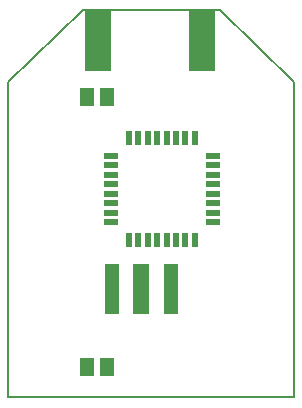
<source format=gbp>
G75*
G70*
%OFA0B0*%
%FSLAX24Y24*%
%IPPOS*%
%LPD*%
%AMOC8*
5,1,8,0,0,1.08239X$1,22.5*
%
%ADD10C,0.0080*%
%ADD11R,0.0220X0.0500*%
%ADD12R,0.0500X0.0220*%
%ADD13C,0.0000*%
%ADD14R,0.0900X0.2000*%
%ADD15R,0.0472X0.1654*%
%ADD16R,0.0551X0.1654*%
%ADD17R,0.0512X0.0591*%
D10*
X000196Y001085D02*
X009724Y001085D01*
X009724Y011580D01*
X007234Y013971D01*
X002686Y013971D01*
X000196Y011580D01*
X000196Y001085D01*
D11*
X004208Y006333D03*
X004523Y006333D03*
X004838Y006333D03*
X005153Y006333D03*
X005467Y006333D03*
X005782Y006333D03*
X006097Y006333D03*
X006412Y006333D03*
X006412Y009713D03*
X006097Y009713D03*
X005782Y009713D03*
X005467Y009713D03*
X005153Y009713D03*
X004838Y009713D03*
X004523Y009713D03*
X004208Y009713D03*
D12*
X003620Y009126D03*
X003620Y008811D03*
X003620Y008496D03*
X003620Y008181D03*
X003620Y007866D03*
X003620Y007551D03*
X003620Y007236D03*
X003620Y006921D03*
X007000Y006921D03*
X007000Y007236D03*
X007000Y007551D03*
X007000Y007866D03*
X007000Y008181D03*
X007000Y008496D03*
X007000Y008811D03*
X007000Y009126D03*
D13*
X007110Y013973D02*
X002710Y013973D01*
D14*
X003170Y012963D03*
X006650Y012963D03*
D15*
X005602Y004675D03*
X003633Y004675D03*
D16*
X004618Y004675D03*
D17*
X003495Y002098D03*
X002825Y002098D03*
X002825Y011098D03*
X003495Y011098D03*
M02*

</source>
